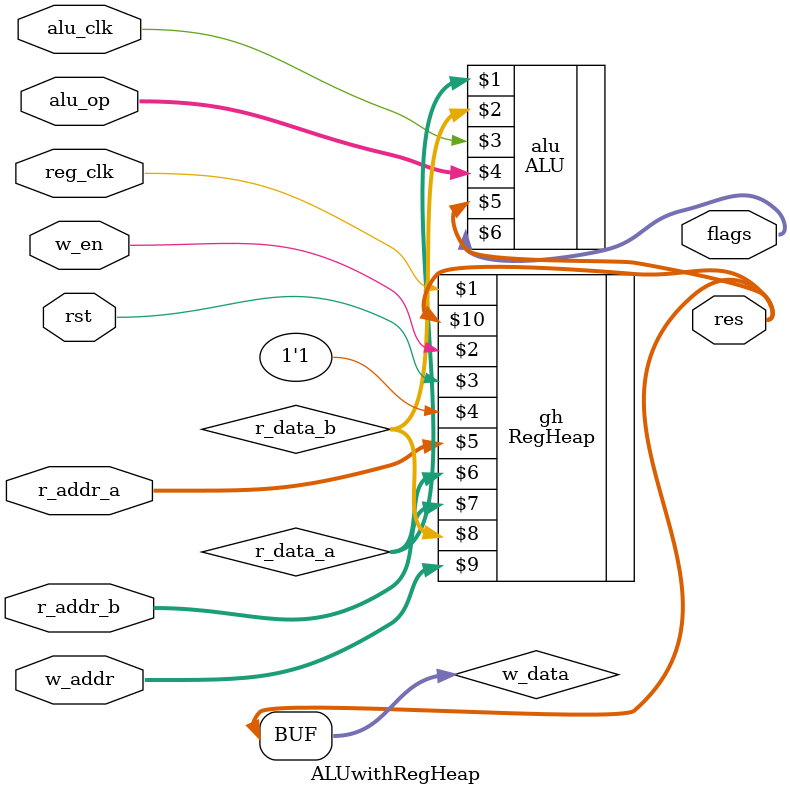
<source format=v>
`include "../03-ALU/ALU.v"

module ALUwithRegHeap(
      input rst,
      input w_en,
      input [4:0] r_addr_a, r_addr_b, w_addr,
      input [3:0] alu_op,
      input reg_clk, alu_clk,
      output [31:0] res,
      output [3:0] flags 
);

wire [31:0] r_data_a, r_data_b;
wire [31:0] w_data;

assign w_data = res;

RegHeap gh(
    reg_clk,
    w_en,
    rst,
    1'b1,
    r_addr_a,
    r_data_a,
    r_addr_b,
    r_data_b,
    w_addr,
    w_data
);

ALU alu(
    r_data_a,
    r_data_b,
    alu_clk,
    alu_op,
    res,
    flags
);

endmodule
</source>
